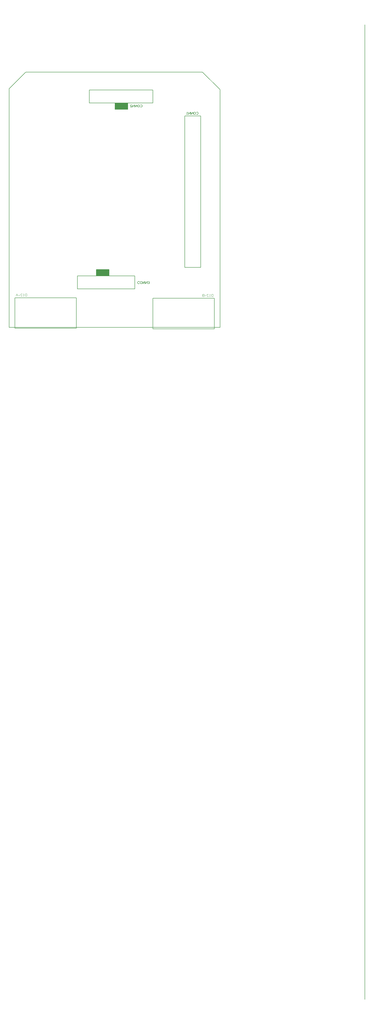
<source format=gbr>
G04 GENERATED BY PULSONIX 12.5 GERBER.DLL 9362*
G04 #@! TF.GenerationSoftware,Pulsonix,Pulsonix,12.5.9360*
G04 #@! TF.CreationDate,2023-08-16T02:30:59+04:00*
G04 #@! TF.Part,Single*
%INCOMPARATOR INTERFACE V2*%
%LNBOTTOM SILKSCREEN*%
%FSLAX35Y35*%
%LPD*%
%MOIN*%
G04 #@! TF.FileFunction,Legend,Bot*
G04 #@! TF.FilePolarity,Positive*
G04 #@! TA.AperFunction,Material*
%ADD11C,0.00800*%
%ADD13C,0.00787*%
G04 #@! TD.AperFunction*
%ADD14C,0.00500*%
%ADD23C,0.00700*%
G04 #@! TA.AperFunction,Profile*
%ADD163C,0.00600*%
G04 #@! TD.AperFunction*
%ADD164C,0.00492*%
G04 #@! TD.AperFunction*
X0Y0D02*
D02*
D11*
X126162Y1405002D02*
Y1425502D01*
X225662D01*
Y1405002D01*
X126162D01*
X157012Y1144202D02*
Y1134202D01*
X137012D01*
Y1144202D01*
X157012D01*
G36*
X157012Y1144202D02*
Y1134202D01*
X137012D01*
Y1144202D01*
X157012D01*
G37*
X166412Y1395002D02*
Y1405002D01*
X186412D01*
Y1395002D01*
X166412D01*
G36*
X166412Y1395002D02*
Y1405002D01*
X186412D01*
Y1395002D01*
X166412D01*
G37*
X197262Y1134202D02*
Y1113702D01*
X107262D01*
Y1134202D01*
X197262D01*
X300712Y1384952D02*
Y1147452D01*
X275712D01*
Y1384952D01*
X300712D01*
X558054Y1527900D02*
Y400D01*
D02*
D13*
X105776Y1099955D02*
X9437D01*
Y1051973D01*
X105776D01*
Y1099955D01*
X225733Y1051136D02*
X322072D01*
Y1099119D01*
X225733D01*
Y1051136D01*
D02*
D14*
X293871Y1387773D02*
X294165Y1387478D01*
X294753Y1387184D01*
X295636D01*
X296224Y1387478D01*
X296518Y1387773D01*
X296812Y1388361D01*
Y1389537D01*
X296518Y1390126D01*
X296224Y1390420D01*
X295636Y1390714D01*
X294753D01*
X294165Y1390420D01*
X293871Y1390126D01*
X292762Y1388361D02*
X292762Y1389537D01*
X292468Y1390126D01*
X292174Y1390420D01*
X291586Y1390714D01*
X290998D01*
X290409Y1390420D01*
X290115Y1390126D01*
X289821Y1389537D01*
Y1388361D01*
X290115Y1387773D01*
X290409Y1387478D01*
X290998Y1387184D01*
X291586D01*
X292174Y1387478D01*
X292468Y1387773D01*
X292762Y1388361D01*
X288712Y1387184D02*
X288712Y1390714D01*
X285771Y1387184D01*
Y1390714D01*
X284662Y1387184D02*
X284662Y1390714D01*
X281721Y1387184D01*
Y1390714D01*
X280024Y1387184D02*
X278848Y1387184D01*
X279436D02*
X279436Y1390714D01*
X280024Y1390126D01*
D02*
D23*
X204753Y1124731D02*
X204459Y1125026D01*
X203871Y1125320D01*
X202989D01*
X202400Y1125026D01*
X202106Y1124731D01*
X201812Y1124143D01*
Y1122967D01*
X202106Y1122378D01*
X202400Y1122084D01*
X202989Y1121790D01*
X203871D01*
X204459Y1122084D01*
X204753Y1122378D01*
X205862Y1124143D02*
X205862Y1122967D01*
X206156Y1122378D01*
X206450Y1122084D01*
X207039Y1121790D01*
X207627D01*
X208215Y1122084D01*
X208509Y1122378D01*
X208803Y1122967D01*
Y1124143D01*
X208509Y1124731D01*
X208215Y1125026D01*
X207627Y1125320D01*
X207039D01*
X206450Y1125026D01*
X206156Y1124731D01*
X205862Y1124143D01*
X209912Y1125320D02*
X209912Y1121790D01*
X212853Y1125320D01*
Y1121790D01*
X213962Y1125320D02*
X213962Y1121790D01*
X216903Y1125320D01*
Y1121790D01*
X218306Y1125026D02*
X218895Y1125320D01*
X219483D01*
X220071Y1125026D01*
X220365Y1124437D01*
X220071Y1123849D01*
X219483Y1123555D01*
X218895D01*
X219483D02*
X220071Y1123261D01*
X220365Y1122673D01*
X220071Y1122084D01*
X219483Y1121790D01*
X218895D01*
X218306Y1122084D01*
X205971Y1399273D02*
X206265Y1398978D01*
X206853Y1398684D01*
X207736D01*
X208324Y1398978D01*
X208618Y1399273D01*
X208912Y1399861D01*
Y1401037D01*
X208618Y1401626D01*
X208324Y1401920D01*
X207736Y1402214D01*
X206853D01*
X206265Y1401920D01*
X205971Y1401626D01*
X204862Y1399861D02*
X204862Y1401037D01*
X204568Y1401626D01*
X204274Y1401920D01*
X203686Y1402214D01*
X203098D01*
X202509Y1401920D01*
X202215Y1401626D01*
X201921Y1401037D01*
Y1399861D01*
X202215Y1399273D01*
X202509Y1398978D01*
X203098Y1398684D01*
X203686D01*
X204274Y1398978D01*
X204568Y1399273D01*
X204862Y1399861D01*
X200812Y1398684D02*
X200812Y1402214D01*
X197871Y1398684D01*
Y1402214D01*
X196762Y1398684D02*
X196762Y1402214D01*
X193821Y1398684D01*
Y1402214D01*
X190359Y1398684D02*
X192712Y1398684D01*
X190653Y1400743D01*
X190359Y1401331D01*
X190653Y1401920D01*
X191242Y1402214D01*
X192124D01*
X192712Y1401920D01*
D02*
D163*
X26284Y1453600D02*
X303450D01*
X331009Y1426041D01*
Y1053600D01*
X300D01*
Y1427616D01*
X26284Y1453600D01*
D02*
D164*
X27944Y1102552D02*
X27944Y1106025D01*
X26207D01*
X25628Y1105736D01*
X25338Y1105446D01*
X25049Y1104867D01*
Y1103709D01*
X25338Y1103131D01*
X25628Y1102841D01*
X26207Y1102552D01*
X27944D01*
X23379D02*
X22221Y1102552D01*
X22800D02*
X22800Y1106025D01*
X23379Y1105446D01*
X18295Y1102552D02*
X20611Y1102552D01*
X18585Y1104578D01*
X18295Y1105157D01*
X18585Y1105736D01*
X19164Y1106025D01*
X20032D01*
X20611Y1105736D01*
X17265Y1103709D02*
X14949Y1103709D01*
X13918Y1102552D02*
X12471Y1106025D01*
X11023Y1102552D01*
X13339Y1103999D02*
X11602Y1103999D01*
X320142Y1101927D02*
X320142Y1105400D01*
X318406D01*
X317827Y1105111D01*
X317537Y1104821D01*
X317248Y1104242D01*
Y1103084D01*
X317537Y1102506D01*
X317827Y1102216D01*
X318406Y1101927D01*
X320142D01*
X315577D02*
X314419Y1101927D01*
X314998D02*
X314998Y1105400D01*
X315577Y1104821D01*
X310494Y1101927D02*
X312810Y1101927D01*
X310783Y1103953D01*
X310494Y1104532D01*
X310783Y1105111D01*
X311362Y1105400D01*
X312231D01*
X312810Y1105111D01*
X309463Y1103084D02*
X307147Y1103084D01*
X304090Y1103663D02*
X303511Y1103374D01*
X303222Y1102795D01*
X303511Y1102216D01*
X304090Y1101927D01*
X306117D01*
Y1105400D01*
X304090D01*
X303511Y1105111D01*
X303222Y1104532D01*
X303511Y1103953D01*
X304090Y1103663D01*
X306117D01*
X0Y0D02*
M02*

</source>
